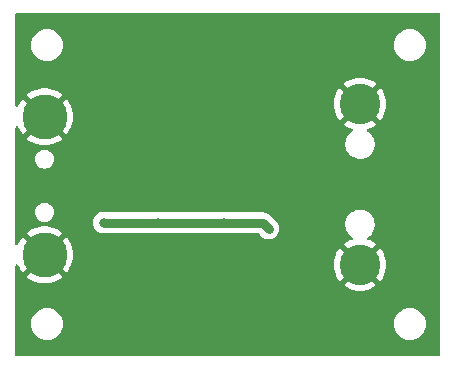
<source format=gbl>
%TF.GenerationSoftware,KiCad,Pcbnew,7.0.0-da2b9df05c~163~ubuntu22.04.1*%
%TF.CreationDate,2023-02-20T00:02:51+00:00*%
%TF.ProjectId,levelshifter,6c657665-6c73-4686-9966-7465722e6b69,rev?*%
%TF.SameCoordinates,Original*%
%TF.FileFunction,Copper,L2,Bot*%
%TF.FilePolarity,Positive*%
%FSLAX46Y46*%
G04 Gerber Fmt 4.6, Leading zero omitted, Abs format (unit mm)*
G04 Created by KiCad (PCBNEW 7.0.0-da2b9df05c~163~ubuntu22.04.1) date 2023-02-20 00:02:51*
%MOMM*%
%LPD*%
G01*
G04 APERTURE LIST*
%TA.AperFunction,ComponentPad*%
%ADD10C,3.438000*%
%TD*%
%TA.AperFunction,ComponentPad*%
%ADD11C,3.800000*%
%TD*%
%TA.AperFunction,ViaPad*%
%ADD12C,0.800000*%
%TD*%
%TA.AperFunction,Conductor*%
%ADD13C,0.750000*%
%TD*%
G04 APERTURE END LIST*
D10*
%TO.P,J2,MH1,MH1*%
%TO.N,GND*%
X163186500Y-97276000D03*
%TO.P,J2,MH2,MH2*%
X163186500Y-83676000D03*
%TD*%
D11*
%TO.P,J1,10,10*%
%TO.N,GND*%
X136477000Y-84750000D03*
%TO.P,J1,11,11*%
X136477000Y-96450000D03*
%TD*%
D12*
%TO.N,GND*%
X152400000Y-95758000D03*
%TO.N,/V5*%
X146050002Y-93726000D03*
X151638000Y-93726000D03*
%TO.N,GND*%
X144272025Y-90106573D03*
X152908000Y-89916000D03*
%TO.N,/V5*%
X141474054Y-93722054D03*
X155448000Y-94234000D03*
%TO.N,GND*%
X148330000Y-81332000D03*
%TD*%
D13*
%TO.N,/V5*%
X151638000Y-93726000D02*
X154940000Y-93726000D01*
X141478000Y-93726000D02*
X141474054Y-93722054D01*
X150622000Y-93726000D02*
X141478000Y-93726000D01*
X150622000Y-93726000D02*
X151638000Y-93726000D01*
X154940000Y-93726000D02*
X155448000Y-94234000D01*
%TD*%
%TA.AperFunction,Conductor*%
%TO.N,GND*%
G36*
X169937500Y-76017113D02*
G01*
X169982887Y-76062500D01*
X169999500Y-76124500D01*
X169999500Y-104875500D01*
X169982887Y-104937500D01*
X169937500Y-104982887D01*
X169875500Y-104999500D01*
X134124500Y-104999500D01*
X134062500Y-104982887D01*
X134017113Y-104937500D01*
X134000500Y-104875500D01*
X134000500Y-102300000D01*
X135344341Y-102300000D01*
X135364937Y-102535408D01*
X135366336Y-102540630D01*
X135366337Y-102540634D01*
X135424694Y-102758430D01*
X135424697Y-102758438D01*
X135426097Y-102763663D01*
X135525965Y-102977829D01*
X135661505Y-103171401D01*
X135828599Y-103338495D01*
X136022171Y-103474035D01*
X136236337Y-103573903D01*
X136464592Y-103635063D01*
X136641034Y-103650500D01*
X136756258Y-103650500D01*
X136758966Y-103650500D01*
X136935408Y-103635063D01*
X137163663Y-103573903D01*
X137377829Y-103474035D01*
X137571401Y-103338495D01*
X137738495Y-103171401D01*
X137874035Y-102977830D01*
X137973903Y-102763663D01*
X138035063Y-102535408D01*
X138055659Y-102300000D01*
X166044341Y-102300000D01*
X166064937Y-102535408D01*
X166066336Y-102540630D01*
X166066337Y-102540634D01*
X166124694Y-102758430D01*
X166124697Y-102758438D01*
X166126097Y-102763663D01*
X166225965Y-102977829D01*
X166361505Y-103171401D01*
X166528599Y-103338495D01*
X166722171Y-103474035D01*
X166936337Y-103573903D01*
X167164592Y-103635063D01*
X167341034Y-103650500D01*
X167456258Y-103650500D01*
X167458966Y-103650500D01*
X167635408Y-103635063D01*
X167863663Y-103573903D01*
X168077829Y-103474035D01*
X168271401Y-103338495D01*
X168438495Y-103171401D01*
X168574035Y-102977830D01*
X168673903Y-102763663D01*
X168735063Y-102535408D01*
X168755659Y-102300000D01*
X168735063Y-102064592D01*
X168673903Y-101836337D01*
X168574035Y-101622171D01*
X168438495Y-101428599D01*
X168271401Y-101261505D01*
X168077829Y-101125965D01*
X167863663Y-101026097D01*
X167858438Y-101024697D01*
X167858430Y-101024694D01*
X167640634Y-100966337D01*
X167640630Y-100966336D01*
X167635408Y-100964937D01*
X167630020Y-100964465D01*
X167630017Y-100964465D01*
X167461664Y-100949736D01*
X167461662Y-100949735D01*
X167458966Y-100949500D01*
X167341034Y-100949500D01*
X167338338Y-100949735D01*
X167338335Y-100949736D01*
X167169982Y-100964465D01*
X167169977Y-100964465D01*
X167164592Y-100964937D01*
X167159371Y-100966335D01*
X167159365Y-100966337D01*
X166941569Y-101024694D01*
X166941557Y-101024698D01*
X166936337Y-101026097D01*
X166931432Y-101028383D01*
X166931427Y-101028386D01*
X166727081Y-101123675D01*
X166727077Y-101123677D01*
X166722171Y-101125965D01*
X166717738Y-101129068D01*
X166717731Y-101129073D01*
X166533034Y-101258399D01*
X166533029Y-101258402D01*
X166528599Y-101261505D01*
X166524775Y-101265328D01*
X166524769Y-101265334D01*
X166365336Y-101424767D01*
X166365330Y-101424773D01*
X166361505Y-101428599D01*
X166358406Y-101433023D01*
X166358399Y-101433033D01*
X166229066Y-101617740D01*
X166229061Y-101617747D01*
X166225965Y-101622170D01*
X166223683Y-101627061D01*
X166223678Y-101627072D01*
X166128386Y-101831427D01*
X166128383Y-101831432D01*
X166126097Y-101836337D01*
X166124698Y-101841557D01*
X166124694Y-101841569D01*
X166066337Y-102059365D01*
X166066335Y-102059371D01*
X166064937Y-102064592D01*
X166044341Y-102300000D01*
X138055659Y-102300000D01*
X138035063Y-102064592D01*
X137973903Y-101836337D01*
X137874035Y-101622171D01*
X137738495Y-101428599D01*
X137571401Y-101261505D01*
X137377829Y-101125965D01*
X137163663Y-101026097D01*
X137158438Y-101024697D01*
X137158430Y-101024694D01*
X136940634Y-100966337D01*
X136940630Y-100966336D01*
X136935408Y-100964937D01*
X136930020Y-100964465D01*
X136930017Y-100964465D01*
X136761664Y-100949736D01*
X136761662Y-100949735D01*
X136758966Y-100949500D01*
X136641034Y-100949500D01*
X136638338Y-100949735D01*
X136638335Y-100949736D01*
X136469982Y-100964465D01*
X136469977Y-100964465D01*
X136464592Y-100964937D01*
X136459371Y-100966335D01*
X136459365Y-100966337D01*
X136241569Y-101024694D01*
X136241557Y-101024698D01*
X136236337Y-101026097D01*
X136231432Y-101028383D01*
X136231427Y-101028386D01*
X136027081Y-101123675D01*
X136027077Y-101123677D01*
X136022171Y-101125965D01*
X136017738Y-101129068D01*
X136017731Y-101129073D01*
X135833034Y-101258399D01*
X135833029Y-101258402D01*
X135828599Y-101261505D01*
X135824775Y-101265328D01*
X135824769Y-101265334D01*
X135665336Y-101424767D01*
X135665330Y-101424773D01*
X135661505Y-101428599D01*
X135658406Y-101433023D01*
X135658399Y-101433033D01*
X135529066Y-101617740D01*
X135529061Y-101617747D01*
X135525965Y-101622170D01*
X135523683Y-101627061D01*
X135523678Y-101627072D01*
X135428386Y-101831427D01*
X135428383Y-101831432D01*
X135426097Y-101836337D01*
X135424698Y-101841557D01*
X135424694Y-101841569D01*
X135366337Y-102059365D01*
X135366335Y-102059371D01*
X135364937Y-102064592D01*
X135344341Y-102300000D01*
X134000500Y-102300000D01*
X134000500Y-99013451D01*
X161807783Y-99013451D01*
X161815215Y-99024842D01*
X161829701Y-99037545D01*
X161836141Y-99042487D01*
X162071246Y-99199580D01*
X162078260Y-99203629D01*
X162331853Y-99328686D01*
X162339354Y-99331794D01*
X162607103Y-99422683D01*
X162614931Y-99424780D01*
X162892258Y-99479943D01*
X162900294Y-99481001D01*
X163182442Y-99499495D01*
X163190558Y-99499495D01*
X163472705Y-99481001D01*
X163480741Y-99479943D01*
X163758068Y-99424780D01*
X163765896Y-99422683D01*
X164033645Y-99331794D01*
X164041146Y-99328686D01*
X164294739Y-99203629D01*
X164301753Y-99199580D01*
X164536859Y-99042486D01*
X164543296Y-99037547D01*
X164557782Y-99024843D01*
X164565215Y-99013451D01*
X164558540Y-99001593D01*
X163198042Y-97641095D01*
X163186500Y-97634431D01*
X163174957Y-97641095D01*
X161814457Y-99001594D01*
X161807783Y-99013451D01*
X134000500Y-99013451D01*
X134000500Y-98316704D01*
X134967167Y-98316704D01*
X134974438Y-98324887D01*
X135185320Y-98478102D01*
X135191891Y-98482272D01*
X135449694Y-98624000D01*
X135456733Y-98627313D01*
X135730270Y-98735613D01*
X135737665Y-98738016D01*
X136022625Y-98811182D01*
X136030256Y-98812637D01*
X136322140Y-98849511D01*
X136329899Y-98850000D01*
X136624101Y-98850000D01*
X136631859Y-98849511D01*
X136923743Y-98812637D01*
X136931374Y-98811182D01*
X137216334Y-98738016D01*
X137223729Y-98735613D01*
X137497266Y-98627313D01*
X137504305Y-98624000D01*
X137762108Y-98482272D01*
X137768678Y-98478102D01*
X137979560Y-98324887D01*
X137986831Y-98316704D01*
X137980927Y-98307480D01*
X136488542Y-96815095D01*
X136477000Y-96808431D01*
X136465457Y-96815095D01*
X134973071Y-98307480D01*
X134967167Y-98316704D01*
X134000500Y-98316704D01*
X134000500Y-97376863D01*
X134018977Y-97311741D01*
X134068902Y-97266026D01*
X134135396Y-97253343D01*
X134198643Y-97277471D01*
X134239794Y-97331220D01*
X134242781Y-97338765D01*
X134368050Y-97604976D01*
X134371792Y-97611782D01*
X134529430Y-97860181D01*
X134534006Y-97866479D01*
X134601273Y-97947790D01*
X134612575Y-97955558D01*
X134624557Y-97948888D01*
X136111904Y-96461542D01*
X136118568Y-96450000D01*
X136835431Y-96450000D01*
X136842095Y-96461542D01*
X138329441Y-97948888D01*
X138341424Y-97955558D01*
X138352723Y-97947793D01*
X138419997Y-97866474D01*
X138424568Y-97860182D01*
X138582207Y-97611782D01*
X138585949Y-97604976D01*
X138711218Y-97338765D01*
X138714078Y-97331541D01*
X138730806Y-97280058D01*
X160963005Y-97280058D01*
X160981498Y-97562205D01*
X160982556Y-97570241D01*
X161037719Y-97847568D01*
X161039816Y-97855396D01*
X161130705Y-98123145D01*
X161133813Y-98130646D01*
X161258870Y-98384239D01*
X161262919Y-98391253D01*
X161420016Y-98626364D01*
X161424948Y-98632791D01*
X161437655Y-98647281D01*
X161449048Y-98654715D01*
X161460904Y-98648041D01*
X162821404Y-97287542D01*
X162828068Y-97276000D01*
X162828067Y-97275999D01*
X163544931Y-97275999D01*
X163551595Y-97287542D01*
X164912093Y-98648040D01*
X164923951Y-98654715D01*
X164935343Y-98647282D01*
X164948047Y-98632796D01*
X164952986Y-98626359D01*
X165110080Y-98391253D01*
X165114129Y-98384239D01*
X165239186Y-98130646D01*
X165242294Y-98123145D01*
X165333183Y-97855396D01*
X165335280Y-97847568D01*
X165390443Y-97570241D01*
X165391501Y-97562205D01*
X165409995Y-97280058D01*
X165409995Y-97271942D01*
X165391501Y-96989794D01*
X165390443Y-96981758D01*
X165335280Y-96704431D01*
X165333183Y-96696603D01*
X165242292Y-96428850D01*
X165239190Y-96421360D01*
X165114128Y-96167759D01*
X165110079Y-96160745D01*
X164952987Y-95925641D01*
X164948045Y-95919201D01*
X164935342Y-95904715D01*
X164923951Y-95897283D01*
X164912094Y-95903957D01*
X163551595Y-97264457D01*
X163544931Y-97275999D01*
X162828067Y-97275999D01*
X162821404Y-97264457D01*
X161460903Y-95903956D01*
X161449048Y-95897283D01*
X161437655Y-95904717D01*
X161424941Y-95919215D01*
X161420021Y-95925627D01*
X161262920Y-96160745D01*
X161258871Y-96167759D01*
X161133809Y-96421360D01*
X161130707Y-96428850D01*
X161039816Y-96696603D01*
X161037719Y-96704431D01*
X160982556Y-96981758D01*
X160981498Y-96989794D01*
X160963005Y-97271942D01*
X160963005Y-97280058D01*
X138730806Y-97280058D01*
X138804990Y-97051745D01*
X138806926Y-97044206D01*
X138862053Y-96755220D01*
X138863027Y-96747500D01*
X138881500Y-96453894D01*
X138881500Y-96446106D01*
X138863027Y-96152499D01*
X138862053Y-96144779D01*
X138806926Y-95855793D01*
X138804990Y-95848254D01*
X138714078Y-95568458D01*
X138711218Y-95561234D01*
X138700543Y-95538548D01*
X161807783Y-95538548D01*
X161814456Y-95550403D01*
X163174957Y-96910904D01*
X163186500Y-96917568D01*
X163198042Y-96910904D01*
X164558541Y-95550404D01*
X164565215Y-95538548D01*
X164557781Y-95527155D01*
X164543291Y-95514448D01*
X164536864Y-95509516D01*
X164301753Y-95352419D01*
X164294739Y-95348370D01*
X164041146Y-95223313D01*
X164033640Y-95220203D01*
X163872052Y-95165352D01*
X163816834Y-95127535D01*
X163789312Y-95066529D01*
X163797505Y-95000105D01*
X163839023Y-94947616D01*
X164012578Y-94821522D01*
X164168132Y-94658825D01*
X164292135Y-94470968D01*
X164380603Y-94263988D01*
X164430691Y-94044537D01*
X164440790Y-93819670D01*
X164410575Y-93596613D01*
X164365842Y-93458940D01*
X164342738Y-93387832D01*
X164342737Y-93387829D01*
X164341017Y-93382536D01*
X164242533Y-93199522D01*
X164236987Y-93189215D01*
X164236985Y-93189212D01*
X164234352Y-93184319D01*
X164165377Y-93097828D01*
X164097477Y-93012684D01*
X164094008Y-93008334D01*
X163924496Y-92860235D01*
X163919718Y-92857380D01*
X163919715Y-92857378D01*
X163736045Y-92747641D01*
X163736040Y-92747638D01*
X163731264Y-92744785D01*
X163726047Y-92742827D01*
X163525739Y-92667650D01*
X163525736Y-92667649D01*
X163520524Y-92665693D01*
X163515046Y-92664698D01*
X163515043Y-92664698D01*
X163304530Y-92626495D01*
X163304529Y-92626494D01*
X163299047Y-92625500D01*
X163130345Y-92625500D01*
X163127597Y-92625747D01*
X163127581Y-92625748D01*
X162967860Y-92640123D01*
X162967852Y-92640124D01*
X162962312Y-92640623D01*
X162956948Y-92642103D01*
X162956939Y-92642105D01*
X162750701Y-92699024D01*
X162750694Y-92699026D01*
X162745330Y-92700507D01*
X162740312Y-92702923D01*
X162740308Y-92702925D01*
X162547548Y-92795752D01*
X162547539Y-92795757D01*
X162542527Y-92798171D01*
X162538025Y-92801441D01*
X162538018Y-92801446D01*
X162364929Y-92927203D01*
X162364925Y-92927205D01*
X162360422Y-92930478D01*
X162356583Y-92934492D01*
X162356574Y-92934501D01*
X162208718Y-93089147D01*
X162208712Y-93089154D01*
X162204868Y-93093175D01*
X162201799Y-93097823D01*
X162201796Y-93097828D01*
X162083935Y-93276380D01*
X162083931Y-93276386D01*
X162080865Y-93281032D01*
X162078678Y-93286148D01*
X162078673Y-93286158D01*
X161994588Y-93482884D01*
X161994585Y-93482892D01*
X161992397Y-93488012D01*
X161991157Y-93493441D01*
X161991156Y-93493447D01*
X161955310Y-93650500D01*
X161942309Y-93707463D01*
X161942059Y-93713019D01*
X161942058Y-93713030D01*
X161937020Y-93825230D01*
X161932210Y-93932330D01*
X161932955Y-93937833D01*
X161932956Y-93937844D01*
X161961677Y-94149867D01*
X161962425Y-94155387D01*
X161964144Y-94160680D01*
X161964146Y-94160685D01*
X162030261Y-94364167D01*
X162030264Y-94364175D01*
X162031983Y-94369464D01*
X162034621Y-94374366D01*
X162136012Y-94562784D01*
X162136016Y-94562790D01*
X162138648Y-94567681D01*
X162142112Y-94572025D01*
X162142115Y-94572029D01*
X162258048Y-94717403D01*
X162278992Y-94743666D01*
X162448504Y-94891765D01*
X162453283Y-94894620D01*
X162453284Y-94894621D01*
X162529173Y-94939962D01*
X162576502Y-94990995D01*
X162588883Y-95059486D01*
X162562413Y-95123858D01*
X162505433Y-95163829D01*
X162339350Y-95220207D01*
X162331860Y-95223309D01*
X162078259Y-95348371D01*
X162071245Y-95352420D01*
X161836127Y-95509521D01*
X161829715Y-95514441D01*
X161815217Y-95527155D01*
X161807783Y-95538548D01*
X138700543Y-95538548D01*
X138585949Y-95295023D01*
X138582207Y-95288217D01*
X138424569Y-95039818D01*
X138419993Y-95033520D01*
X138352725Y-94952208D01*
X138341423Y-94944440D01*
X138329441Y-94951110D01*
X136842095Y-96438457D01*
X136835431Y-96450000D01*
X136118568Y-96450000D01*
X136111904Y-96438457D01*
X134624558Y-94951111D01*
X134612574Y-94944441D01*
X134601273Y-94952208D01*
X134534001Y-95033526D01*
X134529434Y-95039812D01*
X134371792Y-95288217D01*
X134368050Y-95295023D01*
X134242781Y-95561234D01*
X134239794Y-95568780D01*
X134198643Y-95622529D01*
X134135396Y-95646657D01*
X134068902Y-95633974D01*
X134018977Y-95588259D01*
X134000500Y-95523137D01*
X134000500Y-94583295D01*
X134967167Y-94583295D01*
X134973073Y-94592520D01*
X136465457Y-96084904D01*
X136477000Y-96091568D01*
X136488542Y-96084904D01*
X137980927Y-94592518D01*
X137986831Y-94583294D01*
X137979560Y-94575111D01*
X137768679Y-94421897D01*
X137762108Y-94417727D01*
X137504305Y-94275999D01*
X137497266Y-94272686D01*
X137223729Y-94164386D01*
X137216334Y-94161983D01*
X136931374Y-94088817D01*
X136923743Y-94087362D01*
X136631859Y-94050488D01*
X136624101Y-94050000D01*
X136329899Y-94050000D01*
X136322140Y-94050488D01*
X136030256Y-94087362D01*
X136022625Y-94088817D01*
X135737665Y-94161983D01*
X135730270Y-94164386D01*
X135456733Y-94272686D01*
X135449694Y-94275999D01*
X135191899Y-94417723D01*
X135185309Y-94421905D01*
X134974441Y-94575109D01*
X134967167Y-94583295D01*
X134000500Y-94583295D01*
X134000500Y-93722054D01*
X140568594Y-93722054D01*
X140569273Y-93728514D01*
X140587700Y-93903849D01*
X140587701Y-93903857D01*
X140588380Y-93910310D01*
X140590385Y-93916482D01*
X140590387Y-93916489D01*
X140634484Y-94052204D01*
X140646875Y-94090338D01*
X140650122Y-94095962D01*
X140650123Y-94095964D01*
X140689626Y-94164386D01*
X140741521Y-94254270D01*
X140745865Y-94259095D01*
X140745867Y-94259097D01*
X140758103Y-94272686D01*
X140868183Y-94394942D01*
X140873441Y-94398762D01*
X140873442Y-94398763D01*
X140905778Y-94422256D01*
X141021324Y-94506205D01*
X141194251Y-94583198D01*
X141379408Y-94622554D01*
X141562197Y-94622554D01*
X141568700Y-94622554D01*
X141655002Y-94604209D01*
X141680783Y-94601500D01*
X145824708Y-94601500D01*
X145850488Y-94604209D01*
X145955356Y-94626500D01*
X146138145Y-94626500D01*
X146144648Y-94626500D01*
X146249515Y-94604209D01*
X146275296Y-94601500D01*
X150526784Y-94601500D01*
X150669465Y-94601500D01*
X151412706Y-94601500D01*
X151438486Y-94604209D01*
X151543354Y-94626500D01*
X151726143Y-94626500D01*
X151732646Y-94626500D01*
X151837513Y-94604209D01*
X151863294Y-94601500D01*
X154525994Y-94601500D01*
X154573447Y-94610939D01*
X154613675Y-94637819D01*
X154667579Y-94691723D01*
X154687284Y-94717402D01*
X154715467Y-94766216D01*
X154719811Y-94771041D01*
X154719813Y-94771043D01*
X154765265Y-94821522D01*
X154842129Y-94906888D01*
X154995270Y-95018151D01*
X155168197Y-95095144D01*
X155353354Y-95134500D01*
X155536143Y-95134500D01*
X155542646Y-95134500D01*
X155727803Y-95095144D01*
X155900730Y-95018151D01*
X156053871Y-94906888D01*
X156180533Y-94766216D01*
X156275179Y-94602284D01*
X156333674Y-94422256D01*
X156353460Y-94234000D01*
X156338048Y-94087362D01*
X156334353Y-94052204D01*
X156334352Y-94052203D01*
X156333674Y-94045744D01*
X156275179Y-93865716D01*
X156180533Y-93701784D01*
X156134004Y-93650109D01*
X156058220Y-93565942D01*
X156058219Y-93565941D01*
X156053871Y-93561112D01*
X156048613Y-93557292D01*
X156048611Y-93557290D01*
X155913243Y-93458940D01*
X155898447Y-93446303D01*
X155587793Y-93135649D01*
X155580966Y-93128243D01*
X155549985Y-93091769D01*
X155545631Y-93086643D01*
X155480591Y-93037201D01*
X155477961Y-93035144D01*
X155419541Y-92988184D01*
X155419533Y-92988178D01*
X155414297Y-92983970D01*
X155408275Y-92980983D01*
X155403864Y-92978164D01*
X155399381Y-92975467D01*
X155394029Y-92971398D01*
X155383638Y-92966590D01*
X155319897Y-92937100D01*
X155316871Y-92935650D01*
X155249715Y-92902345D01*
X155249710Y-92902343D01*
X155243693Y-92899359D01*
X155237176Y-92897738D01*
X155232247Y-92895927D01*
X155227290Y-92894256D01*
X155221197Y-92891438D01*
X155214642Y-92889995D01*
X155214639Y-92889994D01*
X155141412Y-92873875D01*
X155138145Y-92873109D01*
X155065415Y-92855022D01*
X155065406Y-92855020D01*
X155058889Y-92853400D01*
X155052172Y-92853217D01*
X155046942Y-92852505D01*
X155041774Y-92851943D01*
X155035216Y-92850500D01*
X155028497Y-92850500D01*
X154953537Y-92850500D01*
X154950179Y-92850455D01*
X154875247Y-92848425D01*
X154868527Y-92848243D01*
X154861920Y-92849510D01*
X154855226Y-92850056D01*
X154855182Y-92849527D01*
X154844977Y-92850500D01*
X151863294Y-92850500D01*
X151837513Y-92847790D01*
X151739008Y-92826852D01*
X151739005Y-92826851D01*
X151732646Y-92825500D01*
X151543354Y-92825500D01*
X151536995Y-92826851D01*
X151536991Y-92826852D01*
X151438487Y-92847790D01*
X151412706Y-92850500D01*
X150717216Y-92850500D01*
X146275296Y-92850500D01*
X146249515Y-92847790D01*
X146151010Y-92826852D01*
X146151007Y-92826851D01*
X146144648Y-92825500D01*
X145955356Y-92825500D01*
X145948997Y-92826851D01*
X145948993Y-92826852D01*
X145850489Y-92847790D01*
X145824708Y-92850500D01*
X141717912Y-92850500D01*
X141692131Y-92847790D01*
X141575062Y-92822906D01*
X141575059Y-92822905D01*
X141568700Y-92821554D01*
X141379408Y-92821554D01*
X141373049Y-92822905D01*
X141373045Y-92822906D01*
X141200613Y-92859557D01*
X141200606Y-92859559D01*
X141194251Y-92860910D01*
X141188316Y-92863552D01*
X141188308Y-92863555D01*
X141027261Y-92935259D01*
X141027256Y-92935261D01*
X141021324Y-92937903D01*
X141016070Y-92941719D01*
X141016065Y-92941723D01*
X140873442Y-93045344D01*
X140873435Y-93045349D01*
X140868183Y-93049166D01*
X140863838Y-93053991D01*
X140863833Y-93053996D01*
X140745867Y-93185010D01*
X140745862Y-93185016D01*
X140741521Y-93189838D01*
X140738276Y-93195458D01*
X140738272Y-93195464D01*
X140650123Y-93348143D01*
X140650120Y-93348148D01*
X140646875Y-93353770D01*
X140644869Y-93359942D01*
X140644867Y-93359948D01*
X140590387Y-93527618D01*
X140590385Y-93527627D01*
X140588380Y-93533798D01*
X140587702Y-93540248D01*
X140587700Y-93540258D01*
X140576114Y-93650500D01*
X140568594Y-93722054D01*
X134000500Y-93722054D01*
X134000500Y-92850000D01*
X135671435Y-92850000D01*
X135672215Y-92856923D01*
X135686529Y-92983970D01*
X135691632Y-93029255D01*
X135693928Y-93035819D01*
X135693930Y-93035824D01*
X135744369Y-93179970D01*
X135751211Y-93199522D01*
X135847184Y-93352262D01*
X135974738Y-93479816D01*
X136127478Y-93575789D01*
X136297745Y-93635368D01*
X136432046Y-93650500D01*
X136518470Y-93650500D01*
X136521954Y-93650500D01*
X136656255Y-93635368D01*
X136826522Y-93575789D01*
X136979262Y-93479816D01*
X137106816Y-93352262D01*
X137202789Y-93199522D01*
X137262368Y-93029255D01*
X137282565Y-92850000D01*
X137262368Y-92670745D01*
X137202789Y-92500478D01*
X137106816Y-92347738D01*
X136979262Y-92220184D01*
X136826522Y-92124211D01*
X136819959Y-92121914D01*
X136819956Y-92121913D01*
X136662825Y-92066931D01*
X136656255Y-92064632D01*
X136649333Y-92063852D01*
X136525418Y-92049890D01*
X136525412Y-92049889D01*
X136521954Y-92049500D01*
X136432046Y-92049500D01*
X136428588Y-92049889D01*
X136428581Y-92049890D01*
X136304666Y-92063852D01*
X136304664Y-92063852D01*
X136297745Y-92064632D01*
X136291176Y-92066930D01*
X136291174Y-92066931D01*
X136134043Y-92121913D01*
X136134036Y-92121915D01*
X136127478Y-92124211D01*
X136121590Y-92127910D01*
X136121587Y-92127912D01*
X135980638Y-92216476D01*
X135980633Y-92216479D01*
X135974738Y-92220184D01*
X135969813Y-92225108D01*
X135969809Y-92225112D01*
X135852112Y-92342809D01*
X135852108Y-92342813D01*
X135847184Y-92347738D01*
X135843479Y-92353633D01*
X135843476Y-92353638D01*
X135754912Y-92494587D01*
X135754910Y-92494590D01*
X135751211Y-92500478D01*
X135748915Y-92507036D01*
X135748913Y-92507043D01*
X135693930Y-92664175D01*
X135693928Y-92664182D01*
X135691632Y-92670745D01*
X135690852Y-92677662D01*
X135690852Y-92677665D01*
X135688006Y-92702925D01*
X135671435Y-92850000D01*
X134000500Y-92850000D01*
X134000500Y-88350000D01*
X135671435Y-88350000D01*
X135691632Y-88529255D01*
X135693928Y-88535819D01*
X135693930Y-88535824D01*
X135748913Y-88692956D01*
X135751211Y-88699522D01*
X135847184Y-88852262D01*
X135974738Y-88979816D01*
X136127478Y-89075789D01*
X136297745Y-89135368D01*
X136432046Y-89150500D01*
X136518470Y-89150500D01*
X136521954Y-89150500D01*
X136656255Y-89135368D01*
X136826522Y-89075789D01*
X136979262Y-88979816D01*
X137106816Y-88852262D01*
X137202789Y-88699522D01*
X137262368Y-88529255D01*
X137282565Y-88350000D01*
X137262368Y-88170745D01*
X137202789Y-88000478D01*
X137106816Y-87847738D01*
X136979262Y-87720184D01*
X136826522Y-87624211D01*
X136819959Y-87621914D01*
X136819956Y-87621913D01*
X136662825Y-87566931D01*
X136656255Y-87564632D01*
X136649333Y-87563852D01*
X136525418Y-87549890D01*
X136525412Y-87549889D01*
X136521954Y-87549500D01*
X136432046Y-87549500D01*
X136428588Y-87549889D01*
X136428581Y-87549890D01*
X136304666Y-87563852D01*
X136304664Y-87563852D01*
X136297745Y-87564632D01*
X136291176Y-87566930D01*
X136291174Y-87566931D01*
X136134043Y-87621913D01*
X136134036Y-87621915D01*
X136127478Y-87624211D01*
X136121590Y-87627910D01*
X136121587Y-87627912D01*
X135980638Y-87716476D01*
X135980633Y-87716479D01*
X135974738Y-87720184D01*
X135969813Y-87725108D01*
X135969809Y-87725112D01*
X135852112Y-87842809D01*
X135852108Y-87842813D01*
X135847184Y-87847738D01*
X135843479Y-87853633D01*
X135843476Y-87853638D01*
X135754912Y-87994587D01*
X135754910Y-87994590D01*
X135751211Y-88000478D01*
X135748915Y-88007036D01*
X135748913Y-88007043D01*
X135693930Y-88164175D01*
X135693928Y-88164182D01*
X135691632Y-88170745D01*
X135690852Y-88177662D01*
X135690852Y-88177665D01*
X135674195Y-88325504D01*
X135671435Y-88350000D01*
X134000500Y-88350000D01*
X134000500Y-86616704D01*
X134967167Y-86616704D01*
X134974438Y-86624887D01*
X135185320Y-86778102D01*
X135191891Y-86782272D01*
X135449694Y-86924000D01*
X135456733Y-86927313D01*
X135730270Y-87035613D01*
X135737665Y-87038016D01*
X136022625Y-87111182D01*
X136030256Y-87112637D01*
X136322140Y-87149511D01*
X136329899Y-87150000D01*
X136624101Y-87150000D01*
X136631859Y-87149511D01*
X136923743Y-87112637D01*
X136931374Y-87111182D01*
X137216334Y-87038016D01*
X137223729Y-87035613D01*
X137497266Y-86927313D01*
X137504305Y-86924000D01*
X137762108Y-86782272D01*
X137768678Y-86778102D01*
X137979560Y-86624887D01*
X137986831Y-86616704D01*
X137980927Y-86607480D01*
X136488542Y-85115095D01*
X136476999Y-85108431D01*
X136465457Y-85115095D01*
X134973071Y-86607480D01*
X134967167Y-86616704D01*
X134000500Y-86616704D01*
X134000500Y-85676863D01*
X134018977Y-85611741D01*
X134068902Y-85566026D01*
X134135396Y-85553343D01*
X134198643Y-85577471D01*
X134239794Y-85631220D01*
X134242781Y-85638765D01*
X134368050Y-85904976D01*
X134371792Y-85911782D01*
X134529430Y-86160181D01*
X134534006Y-86166479D01*
X134601273Y-86247790D01*
X134612575Y-86255558D01*
X134624557Y-86248888D01*
X136111904Y-84761542D01*
X136118568Y-84750000D01*
X136835431Y-84750000D01*
X136842095Y-84761542D01*
X138329441Y-86248888D01*
X138341424Y-86255558D01*
X138352723Y-86247793D01*
X138419997Y-86166474D01*
X138424568Y-86160182D01*
X138582207Y-85911782D01*
X138585949Y-85904976D01*
X138711218Y-85638765D01*
X138714078Y-85631541D01*
X138784940Y-85413451D01*
X161807783Y-85413451D01*
X161815215Y-85424842D01*
X161829701Y-85437545D01*
X161836141Y-85442487D01*
X162071246Y-85599580D01*
X162078260Y-85603629D01*
X162331853Y-85728686D01*
X162339359Y-85731795D01*
X162500947Y-85786647D01*
X162556165Y-85824464D01*
X162583687Y-85885470D01*
X162575494Y-85951893D01*
X162533975Y-86004384D01*
X162457103Y-86060235D01*
X162360422Y-86130478D01*
X162356583Y-86134492D01*
X162356574Y-86134501D01*
X162208718Y-86289147D01*
X162208712Y-86289154D01*
X162204868Y-86293175D01*
X162201799Y-86297823D01*
X162201796Y-86297828D01*
X162083935Y-86476380D01*
X162083931Y-86476386D01*
X162080865Y-86481032D01*
X162078678Y-86486148D01*
X162078673Y-86486158D01*
X161994588Y-86682884D01*
X161994585Y-86682892D01*
X161992397Y-86688012D01*
X161991157Y-86693441D01*
X161991156Y-86693447D01*
X161966350Y-86802132D01*
X161942309Y-86907463D01*
X161942059Y-86913019D01*
X161942058Y-86913030D01*
X161933807Y-87096757D01*
X161932210Y-87132330D01*
X161932955Y-87137833D01*
X161932956Y-87137844D01*
X161946655Y-87238969D01*
X161962425Y-87355387D01*
X161964144Y-87360680D01*
X161964146Y-87360685D01*
X162030261Y-87564167D01*
X162030264Y-87564175D01*
X162031983Y-87569464D01*
X162034621Y-87574366D01*
X162136012Y-87762784D01*
X162136016Y-87762790D01*
X162138648Y-87767681D01*
X162142112Y-87772025D01*
X162142115Y-87772029D01*
X162275522Y-87939315D01*
X162278992Y-87943666D01*
X162448504Y-88091765D01*
X162641736Y-88207215D01*
X162852476Y-88286307D01*
X163073953Y-88326500D01*
X163239878Y-88326500D01*
X163242655Y-88326500D01*
X163410688Y-88311377D01*
X163627670Y-88251493D01*
X163830473Y-88153829D01*
X164012578Y-88021522D01*
X164168132Y-87858825D01*
X164292135Y-87670968D01*
X164380603Y-87463988D01*
X164430691Y-87244537D01*
X164440790Y-87019670D01*
X164410575Y-86796613D01*
X164341017Y-86582536D01*
X164234352Y-86384319D01*
X164165377Y-86297828D01*
X164097477Y-86212684D01*
X164094008Y-86208334D01*
X163924496Y-86060235D01*
X163919718Y-86057380D01*
X163919715Y-86057378D01*
X163843826Y-86012037D01*
X163796496Y-85961004D01*
X163784116Y-85892512D01*
X163810587Y-85828140D01*
X163867567Y-85788170D01*
X164033640Y-85731796D01*
X164041146Y-85728686D01*
X164294739Y-85603629D01*
X164301753Y-85599580D01*
X164536859Y-85442486D01*
X164543296Y-85437547D01*
X164557782Y-85424843D01*
X164565215Y-85413451D01*
X164558540Y-85401593D01*
X163198042Y-84041095D01*
X163186499Y-84034431D01*
X163174957Y-84041095D01*
X161814457Y-85401594D01*
X161807783Y-85413451D01*
X138784940Y-85413451D01*
X138804990Y-85351745D01*
X138806926Y-85344206D01*
X138862053Y-85055220D01*
X138863027Y-85047500D01*
X138881500Y-84753894D01*
X138881500Y-84746106D01*
X138863027Y-84452499D01*
X138862053Y-84444779D01*
X138806926Y-84155793D01*
X138804990Y-84148254D01*
X138714078Y-83868458D01*
X138711218Y-83861234D01*
X138625963Y-83680058D01*
X160963005Y-83680058D01*
X160981498Y-83962205D01*
X160982556Y-83970241D01*
X161037719Y-84247568D01*
X161039816Y-84255396D01*
X161130705Y-84523145D01*
X161133813Y-84530646D01*
X161258870Y-84784239D01*
X161262919Y-84791253D01*
X161420016Y-85026364D01*
X161424948Y-85032791D01*
X161437655Y-85047281D01*
X161449048Y-85054715D01*
X161460904Y-85048041D01*
X162821404Y-83687542D01*
X162828068Y-83676000D01*
X163544931Y-83676000D01*
X163551595Y-83687542D01*
X164912093Y-85048040D01*
X164923951Y-85054715D01*
X164935343Y-85047282D01*
X164948047Y-85032796D01*
X164952986Y-85026359D01*
X165110080Y-84791253D01*
X165114129Y-84784239D01*
X165239186Y-84530646D01*
X165242294Y-84523145D01*
X165333183Y-84255396D01*
X165335280Y-84247568D01*
X165390443Y-83970241D01*
X165391501Y-83962205D01*
X165409995Y-83680058D01*
X165409995Y-83671942D01*
X165391501Y-83389794D01*
X165390443Y-83381758D01*
X165335280Y-83104431D01*
X165333183Y-83096603D01*
X165242292Y-82828850D01*
X165239190Y-82821360D01*
X165114128Y-82567759D01*
X165110079Y-82560745D01*
X164952987Y-82325641D01*
X164948045Y-82319201D01*
X164935342Y-82304715D01*
X164923951Y-82297283D01*
X164912094Y-82303957D01*
X163551595Y-83664457D01*
X163544931Y-83676000D01*
X162828068Y-83676000D01*
X162821404Y-83664457D01*
X161460903Y-82303956D01*
X161449048Y-82297283D01*
X161437655Y-82304717D01*
X161424941Y-82319215D01*
X161420021Y-82325627D01*
X161262920Y-82560745D01*
X161258871Y-82567759D01*
X161133809Y-82821360D01*
X161130707Y-82828850D01*
X161039816Y-83096603D01*
X161037719Y-83104431D01*
X160982556Y-83381758D01*
X160981498Y-83389794D01*
X160963005Y-83671942D01*
X160963005Y-83680058D01*
X138625963Y-83680058D01*
X138585949Y-83595023D01*
X138582207Y-83588217D01*
X138424569Y-83339818D01*
X138419993Y-83333520D01*
X138352725Y-83252208D01*
X138341423Y-83244440D01*
X138329441Y-83251110D01*
X136842095Y-84738457D01*
X136835431Y-84750000D01*
X136118568Y-84750000D01*
X136111904Y-84738457D01*
X134624558Y-83251111D01*
X134612574Y-83244441D01*
X134601273Y-83252208D01*
X134534001Y-83333526D01*
X134529434Y-83339812D01*
X134371792Y-83588217D01*
X134368050Y-83595023D01*
X134242781Y-83861234D01*
X134239794Y-83868780D01*
X134198643Y-83922529D01*
X134135396Y-83946657D01*
X134068902Y-83933974D01*
X134018977Y-83888259D01*
X134000500Y-83823137D01*
X134000500Y-82883295D01*
X134967167Y-82883295D01*
X134973073Y-82892520D01*
X136465457Y-84384904D01*
X136476999Y-84391568D01*
X136488542Y-84384904D01*
X137980927Y-82892518D01*
X137986831Y-82883294D01*
X137979560Y-82875111D01*
X137768679Y-82721897D01*
X137762108Y-82717727D01*
X137504305Y-82575999D01*
X137497266Y-82572686D01*
X137223729Y-82464386D01*
X137216334Y-82461983D01*
X136931374Y-82388817D01*
X136923743Y-82387362D01*
X136631859Y-82350488D01*
X136624101Y-82350000D01*
X136329899Y-82350000D01*
X136322140Y-82350488D01*
X136030256Y-82387362D01*
X136022625Y-82388817D01*
X135737665Y-82461983D01*
X135730270Y-82464386D01*
X135456733Y-82572686D01*
X135449694Y-82575999D01*
X135191899Y-82717723D01*
X135185309Y-82721905D01*
X134974441Y-82875109D01*
X134967167Y-82883295D01*
X134000500Y-82883295D01*
X134000500Y-81938548D01*
X161807783Y-81938548D01*
X161814456Y-81950403D01*
X163174957Y-83310904D01*
X163186499Y-83317568D01*
X163198042Y-83310904D01*
X164558541Y-81950404D01*
X164565215Y-81938548D01*
X164557781Y-81927155D01*
X164543291Y-81914448D01*
X164536864Y-81909516D01*
X164301753Y-81752419D01*
X164294739Y-81748370D01*
X164041146Y-81623313D01*
X164033645Y-81620205D01*
X163765896Y-81529316D01*
X163758068Y-81527219D01*
X163480741Y-81472056D01*
X163472705Y-81470998D01*
X163190558Y-81452505D01*
X163182442Y-81452505D01*
X162900294Y-81470998D01*
X162892258Y-81472056D01*
X162614931Y-81527219D01*
X162607103Y-81529316D01*
X162339350Y-81620207D01*
X162331860Y-81623309D01*
X162078259Y-81748371D01*
X162071245Y-81752420D01*
X161836127Y-81909521D01*
X161829715Y-81914441D01*
X161815217Y-81927155D01*
X161807783Y-81938548D01*
X134000500Y-81938548D01*
X134000500Y-78700000D01*
X135344341Y-78700000D01*
X135364937Y-78935408D01*
X135366336Y-78940630D01*
X135366337Y-78940634D01*
X135424694Y-79158430D01*
X135424697Y-79158438D01*
X135426097Y-79163663D01*
X135525965Y-79377829D01*
X135661505Y-79571401D01*
X135828599Y-79738495D01*
X136022171Y-79874035D01*
X136236337Y-79973903D01*
X136464592Y-80035063D01*
X136641034Y-80050500D01*
X136756258Y-80050500D01*
X136758966Y-80050500D01*
X136935408Y-80035063D01*
X137163663Y-79973903D01*
X137377829Y-79874035D01*
X137571401Y-79738495D01*
X137738495Y-79571401D01*
X137874035Y-79377830D01*
X137973903Y-79163663D01*
X138035063Y-78935408D01*
X138055659Y-78700000D01*
X166044341Y-78700000D01*
X166064937Y-78935408D01*
X166066336Y-78940630D01*
X166066337Y-78940634D01*
X166124694Y-79158430D01*
X166124697Y-79158438D01*
X166126097Y-79163663D01*
X166225965Y-79377829D01*
X166361505Y-79571401D01*
X166528599Y-79738495D01*
X166722171Y-79874035D01*
X166936337Y-79973903D01*
X167164592Y-80035063D01*
X167341034Y-80050500D01*
X167456258Y-80050500D01*
X167458966Y-80050500D01*
X167635408Y-80035063D01*
X167863663Y-79973903D01*
X168077829Y-79874035D01*
X168271401Y-79738495D01*
X168438495Y-79571401D01*
X168574035Y-79377830D01*
X168673903Y-79163663D01*
X168735063Y-78935408D01*
X168755659Y-78700000D01*
X168735063Y-78464592D01*
X168673903Y-78236337D01*
X168574035Y-78022171D01*
X168438495Y-77828599D01*
X168271401Y-77661505D01*
X168077829Y-77525965D01*
X167863663Y-77426097D01*
X167858438Y-77424697D01*
X167858430Y-77424694D01*
X167640634Y-77366337D01*
X167640630Y-77366336D01*
X167635408Y-77364937D01*
X167630020Y-77364465D01*
X167630017Y-77364465D01*
X167461664Y-77349736D01*
X167461662Y-77349735D01*
X167458966Y-77349500D01*
X167341034Y-77349500D01*
X167338338Y-77349735D01*
X167338335Y-77349736D01*
X167169982Y-77364465D01*
X167169977Y-77364465D01*
X167164592Y-77364937D01*
X167159371Y-77366335D01*
X167159365Y-77366337D01*
X166941569Y-77424694D01*
X166941557Y-77424698D01*
X166936337Y-77426097D01*
X166931432Y-77428383D01*
X166931427Y-77428386D01*
X166727081Y-77523675D01*
X166727077Y-77523677D01*
X166722171Y-77525965D01*
X166717738Y-77529068D01*
X166717731Y-77529073D01*
X166533034Y-77658399D01*
X166533029Y-77658402D01*
X166528599Y-77661505D01*
X166524775Y-77665328D01*
X166524769Y-77665334D01*
X166365336Y-77824767D01*
X166365330Y-77824773D01*
X166361505Y-77828599D01*
X166358406Y-77833023D01*
X166358399Y-77833033D01*
X166229066Y-78017740D01*
X166229061Y-78017747D01*
X166225965Y-78022170D01*
X166223683Y-78027061D01*
X166223678Y-78027072D01*
X166128386Y-78231427D01*
X166128383Y-78231432D01*
X166126097Y-78236337D01*
X166124698Y-78241557D01*
X166124694Y-78241569D01*
X166066337Y-78459365D01*
X166066335Y-78459371D01*
X166064937Y-78464592D01*
X166044341Y-78700000D01*
X138055659Y-78700000D01*
X138035063Y-78464592D01*
X137973903Y-78236337D01*
X137874035Y-78022171D01*
X137738495Y-77828599D01*
X137571401Y-77661505D01*
X137377829Y-77525965D01*
X137163663Y-77426097D01*
X137158438Y-77424697D01*
X137158430Y-77424694D01*
X136940634Y-77366337D01*
X136940630Y-77366336D01*
X136935408Y-77364937D01*
X136930020Y-77364465D01*
X136930017Y-77364465D01*
X136761664Y-77349736D01*
X136761662Y-77349735D01*
X136758966Y-77349500D01*
X136641034Y-77349500D01*
X136638338Y-77349735D01*
X136638335Y-77349736D01*
X136469982Y-77364465D01*
X136469977Y-77364465D01*
X136464592Y-77364937D01*
X136459371Y-77366335D01*
X136459365Y-77366337D01*
X136241569Y-77424694D01*
X136241557Y-77424698D01*
X136236337Y-77426097D01*
X136231432Y-77428383D01*
X136231427Y-77428386D01*
X136027081Y-77523675D01*
X136027077Y-77523677D01*
X136022171Y-77525965D01*
X136017738Y-77529068D01*
X136017731Y-77529073D01*
X135833034Y-77658399D01*
X135833029Y-77658402D01*
X135828599Y-77661505D01*
X135824775Y-77665328D01*
X135824769Y-77665334D01*
X135665336Y-77824767D01*
X135665330Y-77824773D01*
X135661505Y-77828599D01*
X135658406Y-77833023D01*
X135658399Y-77833033D01*
X135529066Y-78017740D01*
X135529061Y-78017747D01*
X135525965Y-78022170D01*
X135523683Y-78027061D01*
X135523678Y-78027072D01*
X135428386Y-78231427D01*
X135428383Y-78231432D01*
X135426097Y-78236337D01*
X135424698Y-78241557D01*
X135424694Y-78241569D01*
X135366337Y-78459365D01*
X135366335Y-78459371D01*
X135364937Y-78464592D01*
X135344341Y-78700000D01*
X134000500Y-78700000D01*
X134000500Y-76124500D01*
X134017113Y-76062500D01*
X134062500Y-76017113D01*
X134124500Y-76000500D01*
X169875500Y-76000500D01*
X169937500Y-76017113D01*
G37*
%TD.AperFunction*%
%TD*%
M02*

</source>
